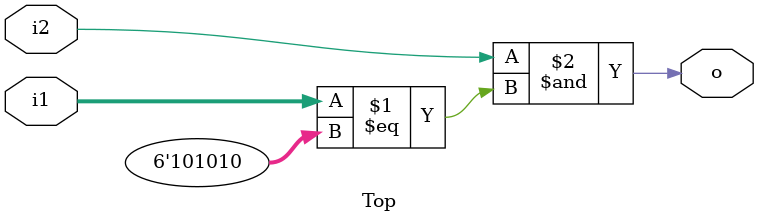
<source format=sv>
module Top (
	input logic [7:0] i1,
	input logic i2,
	output logic o
);

	assign o = i2 & i1 == 6'h2a;

endmodule



</source>
